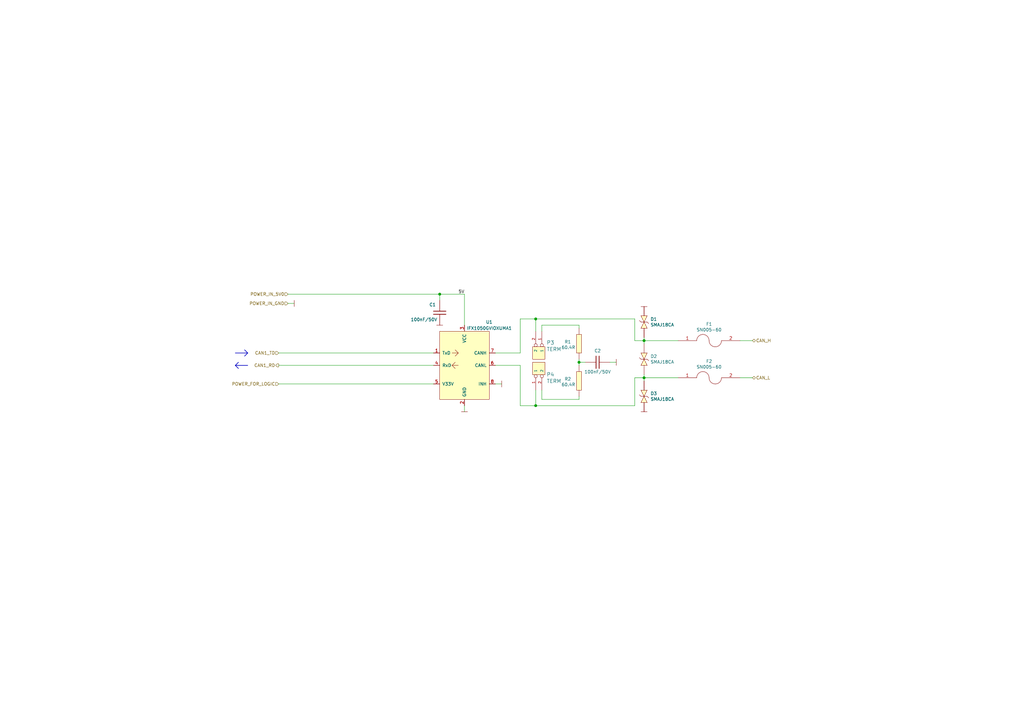
<source format=kicad_sch>
(kicad_sch (version 20210406) (generator eeschema)
  (paper "A3")
  (title_block (title "CAN BUS Transceiver IFX1050GVIOXUMA1") (date "2021-04-10") (rev "V1.0") (company "Embedded System Labs"))
  (lib_symbols
    (symbol "Capacitors_Smd0603:100n" (pin_numbers hide) (pin_names (offset 0.254))
      (property "Reference" "C" (at 1.27 2.54 0))
      (property "Value" "100n" (at 1.27 -2.54 0))
      (symbol "100n_0_1"
        (polyline (pts (xy 2.54 -0.635) (xy -2.54 -0.635) (xy -2.54 -0.635)) (stroke (width 0.3048)))
        (polyline (pts (xy 2.54 0.635) (xy -2.54 0.635) (xy -2.54 0.635)) (stroke (width 0.3048)))
      )
      (symbol "100n_1_1"
        (pin passive line (at 0 5.08 270) (length 4.4704) (name "~") (number "1"))
        (pin passive line (at 0 -5.08 90) (length 4.4704) (name "~") (number "2"))
      )
    )
    (symbol "Communication_Interfaces:IFX1050GVIOXUMA1" (pin_names (offset 1.016))
      (property "Reference" "U" (at 10.16 -17.78 0))
      (property "Value" "IFX1050GVIOXUMA1" (at 11.43 -15.24 0))
      (symbol "IFX1050GVIOXUMA1_1_1"
        (rectangle (start -10.16 13.97) (end 10.16 -13.97) (fill (type background)))
        (polyline (pts (xy -5.08 0) (xy -3.81 -1.27)))
        (polyline (pts (xy -5.08 0) (xy -3.81 1.27)))
        (polyline (pts (xy -5.08 0) (xy -2.54 0)))
        (polyline (pts (xy -5.08 5.08) (xy -2.54 5.08)))
        (polyline (pts (xy -2.54 5.08) (xy -3.81 3.81)))
        (polyline (pts (xy -2.54 5.08) (xy -3.81 6.35)))
        (pin input line (at -12.7 5.08 0) (length 2.54) (name "TxD") (number "1"))
        (pin power_in line (at 0 -16.51 90) (length 2.54) (name "GND") (number "2"))
        (pin power_in line (at 0 16.51 270) (length 2.54) (name "VCC") (number "3"))
        (pin output line (at -12.7 0 0) (length 2.54) (name "RxD") (number "4"))
        (pin power_in line (at -12.7 -7.62 0) (length 2.54) (name "V33V") (number "5"))
        (pin bidirectional line (at 12.7 0 180) (length 2.54) (name "CANL") (number "6"))
        (pin bidirectional line (at 12.7 5.08 180) (length 2.54) (name "CANH") (number "7"))
        (pin input line (at 12.7 -7.62 180) (length 2.54) (name "INH") (number "8"))
      )
    )
    (symbol "Diodes:SMAJ18CA" (pin_numbers hide) (pin_names (offset 1.016) hide)
      (property "Reference" "D" (at 0 6.35 0))
      (property "Value" "SMAJ18CA" (at 0 3.81 0))
      (symbol "SMAJ18CA_0_1"
        (polyline (pts (xy -2.54 1.27) (xy -2.54 -1.27)))
        (polyline (pts (xy 0 -1.27) (xy -0.635 -1.905)))
        (polyline (pts (xy 0 1.27) (xy 0 -1.27)) (stroke (width 0.1524)))
        (polyline (pts (xy 0 1.27) (xy 0.635 1.905)))
        (polyline (pts (xy 2.54 1.27) (xy 2.54 -1.27)))
        (polyline (pts (xy -2.54 1.27) (xy 0 0) (xy -2.54 -1.27)) (fill (type background)))
        (polyline (pts (xy 2.54 1.27) (xy 0 0) (xy 2.54 -1.27)) (fill (type background)))
      )
      (symbol "SMAJ18CA_1_1"
        (pin passive line (at -6.35 0 0) (length 3.81) (name "A") (number "1"))
        (pin passive line (at 6.35 0 180) (length 3.81) (name "K") (number "2"))
      )
    )
    (symbol "Goldpin_2_54mm:GOLDPIN_2_2_54MM" (pin_names (offset 1.016))
      (property "Reference" "P" (at 0 5.08 0))
      (property "Value" "GOLDPIN_2_2_54MM" (at 0 -5.08 0))
      (property "Datasheet" "Goldpins/Components_Documentation/Goldpin_2_54mm.pdf" (at 33.02 15.24 0))
      (symbol "GOLDPIN_2_2_54MM_0_1"
        (rectangle (start -2.54 2.54) (end 2.54 -2.54) (fill (type background)))
      )
      (symbol "GOLDPIN_2_2_54MM_1_1"
        (pin passive inverted (at -8.89 1.27 0) (length 6.35) (name "1") (number "1"))
        (pin passive inverted (at -8.89 -1.27 0) (length 6.35) (name "2") (number "2"))
      )
    )
    (symbol "Ptc_Smd_Fuses:SN005-60" (pin_names (offset 1.016))
      (property "Reference" "F" (at 0 6.35 0))
      (property "Value" "SN005-60" (at 1.27 3.81 0))
      (symbol "SN005-60_0_1"
        (arc (start -2.54 2.54) (end 0 0) (radius (at -2.5654 0) (length 2.54) (angles 89.4 0)))
        (arc (start -5.08 0) (end -2.54 2.54) (radius (at -2.54 -0.0254) (length 2.54) (angles 179.4 90)))
        (arc (start 5.08 0) (end 2.54 -2.54) (radius (at 2.5146 0) (length 2.54) (angles 89.4 0)))
        (arc (start 2.54 -2.54) (end 0 0) (radius (at 2.54 0.0254) (length 2.54) (angles 179.4 90)))
      )
      (symbol "SN005-60_1_1"
        (pin input line (at -12.7 0 0) (length 7.62) (name "~") (number "1"))
        (pin input line (at 12.7 0 180) (length 7.62) (name "~") (number "2"))
      )
    )
    (symbol "Resistors_Smd0805:60.4R" (pin_numbers hide) (pin_names (offset 0))
      (property "Reference" "R" (at 2.032 0 90))
      (property "Value" "60.4R" (at -2.54 0 90))
      (symbol "60.4R_0_1"
        (rectangle (start -1.016 3.81) (end 1.016 -3.81) (fill (type background)))
      )
      (symbol "60.4R_1_1"
        (pin passive line (at 0 6.35 270) (length 2.54) (name "~") (number "1"))
        (pin passive line (at 0 -6.35 90) (length 2.54) (name "~") (number "2"))
      )
    )
    (symbol "power:GND" (power) (pin_names (offset 0))
      (symbol "GND_0_1"
        (polyline (pts (xy -1.27 0) (xy 1.27 0)))
      )
      (symbol "GND_1_1"
        (pin power_in line (at 0 0 180) (length 0) hide (name "GND") (number "1"))
      )
    )
  )
  (junction (at 180.34 120.65) (diameter 1.016))
  (junction (at 219.71 130.81) (diameter 1.016))
  (junction (at 219.71 166.37) (diameter 1.016))
  (junction (at 237.49 148.59) (diameter 1.016))
  (junction (at 264.16 139.7) (diameter 1.016))
  (junction (at 264.16 154.94) (diameter 1.016))
  (wire (pts (xy 114.3 149.86) (xy 177.8 149.86)))
  (wire (pts (xy 114.3 157.48) (xy 177.8 157.48)))
  (wire (pts (xy 118.11 120.65) (xy 180.34 120.65)))
  (wire (pts (xy 118.11 124.46) (xy 120.65 124.46)))
  (wire (pts (xy 177.8 144.78) (xy 114.3 144.78)))
  (wire (pts (xy 180.34 123.19) (xy 180.34 120.65)))
  (wire (pts (xy 190.5 120.65) (xy 180.34 120.65)))
  (wire (pts (xy 190.5 120.65) (xy 190.5 133.35)))
  (wire (pts (xy 190.5 166.37) (xy 190.5 168.91)))
  (wire (pts (xy 203.2 144.78) (xy 213.36 144.78)))
  (wire (pts (xy 203.2 149.86) (xy 213.36 149.86)))
  (wire (pts (xy 205.74 157.48) (xy 203.2 157.48)))
  (wire (pts (xy 213.36 130.81) (xy 219.71 130.81)))
  (wire (pts (xy 213.36 144.78) (xy 213.36 130.81)))
  (wire (pts (xy 213.36 149.86) (xy 213.36 166.37)))
  (wire (pts (xy 213.36 166.37) (xy 219.71 166.37)))
  (wire (pts (xy 219.71 130.81) (xy 219.71 135.89)))
  (wire (pts (xy 219.71 130.81) (xy 260.35 130.81)))
  (wire (pts (xy 219.71 160.02) (xy 219.71 166.37)))
  (wire (pts (xy 219.71 166.37) (xy 260.35 166.37)))
  (wire (pts (xy 222.25 133.35) (xy 237.49 133.35)))
  (wire (pts (xy 222.25 135.89) (xy 222.25 133.35)))
  (wire (pts (xy 222.25 160.02) (xy 222.25 163.83)))
  (wire (pts (xy 222.25 163.83) (xy 237.49 163.83)))
  (wire (pts (xy 237.49 133.35) (xy 237.49 134.62)))
  (wire (pts (xy 237.49 147.32) (xy 237.49 148.59)))
  (wire (pts (xy 237.49 148.59) (xy 237.49 149.86)))
  (wire (pts (xy 237.49 148.59) (xy 240.03 148.59)))
  (wire (pts (xy 237.49 162.56) (xy 237.49 163.83)))
  (wire (pts (xy 250.19 148.59) (xy 252.73 148.59)))
  (wire (pts (xy 260.35 130.81) (xy 260.35 139.7)))
  (wire (pts (xy 260.35 139.7) (xy 264.16 139.7)))
  (wire (pts (xy 260.35 154.94) (xy 260.35 166.37)))
  (wire (pts (xy 264.16 138.43) (xy 264.16 139.7)))
  (wire (pts (xy 264.16 139.7) (xy 264.16 140.97)))
  (wire (pts (xy 264.16 139.7) (xy 278.13 139.7)))
  (wire (pts (xy 264.16 153.67) (xy 264.16 154.94)))
  (wire (pts (xy 264.16 154.94) (xy 260.35 154.94)))
  (wire (pts (xy 264.16 154.94) (xy 278.13 154.94)))
  (wire (pts (xy 264.16 156.21) (xy 264.16 154.94)))
  (wire (pts (xy 303.53 139.7) (xy 308.61 139.7)))
  (wire (pts (xy 308.61 154.94) (xy 303.53 154.94)))
  (polyline (pts (xy 96.52 149.86) (xy 97.79 148.59)) (stroke (width 0.254) (type solid)))
  (polyline (pts (xy 96.52 149.86) (xy 97.79 151.13)) (stroke (width 0.254) (type solid)))
  (polyline (pts (xy 96.52 149.86) (xy 101.6 149.86)) (stroke (width 0.254) (type solid)))
  (polyline (pts (xy 101.6 144.78) (xy 96.52 144.78)) (stroke (width 0.254) (type solid)))
  (polyline (pts (xy 101.6 144.78) (xy 100.33 143.51)) (stroke (width 0.254) (type solid)))
  (polyline (pts (xy 101.6 144.78) (xy 100.33 146.05)) (stroke (width 0.254) (type solid)))
  (label "5V" (at 190.5 120.65 180))
  (hierarchical_label "CAN1_TD" (shape input) (at 114.3 144.78 180))
  (hierarchical_label "CAN1_RD" (shape output) (at 114.3 149.86 180))
  (hierarchical_label "POWER_FOR_LOGIC" (shape input) (at 114.3 157.48 180))
  (hierarchical_label "POWER_IN_5V0" (shape input) (at 118.11 120.65 180))
  (hierarchical_label "POWER_IN_GND" (shape input) (at 118.11 124.46 180))
  (hierarchical_label "CAN_H" (shape bidirectional) (at 308.61 139.7 0))
  (hierarchical_label "CAN_L" (shape bidirectional) (at 308.61 154.94 0))
  (symbol (lib_id "power:GND") (at 120.65 124.46 90)
    (property "Reference" "#PWR0133" (effects hide))
    (property "Value" "GND" (effects hide))
  )
  (symbol (lib_id "power:GND") (at 180.34 133.35 0)
    (property "Reference" "#PWR0132" (effects hide))
    (property "Value" "GND" (effects hide))
  )
  (symbol (lib_id "power:GND") (at 190.5 168.91 0)
    (property "Reference" "#PWR0135" (effects hide))
    (property "Value" "GND" (effects hide))
  )
  (symbol (lib_id "power:GND") (at 205.74 157.48 270)
    (property "Reference" "#PWR0134" (effects hide))
    (property "Value" "GND" (effects hide))
  )
  (symbol (lib_id "power:GND") (at 252.73 148.59 90)
    (property "Reference" "#PWR0137" (effects hide))
    (property "Value" "GND" (effects hide))
  )
  (symbol (lib_id "power:GND") (at 264.16 125.73 0)
    (property "Reference" "#PWR0138" (effects hide))
    (property "Value" "GND" (effects hide))
  )
  (symbol (lib_id "power:GND") (at 264.16 168.91 0)
    (property "Reference" "#PWR0136" (effects hide))
    (property "Value" "GND" (effects hide))
  )
  (symbol (lib_id "Resistors_Smd0805:60.4R") (at 237.49 140.97 0)
    (property "Reference" "R1" (at 231.5211 140.2091 0) (effects (justify left)))
    (property "Value" "60.4R" (at 230.2511 142.5078 0) (effects (justify left)))
    (property "Footprint" "Resistor_Smd_0805:60.4R_0805" (effects hide))
    (property "Datasheet" "https://www.tme.eu/Document/ec37243ca557adb02ebafc5c1ab83104/CQ%20datasheet.pdf" (effects hide))
    (property "Manufacturer" "Royal Ohm" (effects hide))
    (property "Maunufacturer Part Number" "CQ05S8F604JT5E" (effects hide))
    (property "Supplier" "Tme" (effects hide))
    (property "Supplier Part Number" "CQ0805-60R4-1%" (effects hide))
    (property "URL" "https://www.tme.eu/pl/details/cq0805-60r4-1%25/rezystory-smd-0805/royal-ohm/cq05s8f604jt5e/" (effects hide))
    (property "Price@1pc" "0,11395" (effects hide))
    (property "Price@1000pcs" "0,05716" (effects hide))
    (property "Developer" "MW" (effects hide))
    (property "Package" "0805" (effects hide))
    (property "LCSC Part #(optional)" "C441730" (effects hide))
  )
  (symbol (lib_id "Resistors_Smd0805:60.4R") (at 237.49 156.21 0)
    (property "Reference" "R2" (at 231.5211 155.4491 0) (effects (justify left)))
    (property "Value" "60.4R" (at 230.2511 157.7478 0) (effects (justify left)))
    (property "Footprint" "Resistor_Smd_0805:60.4R_0805" (effects hide))
    (property "Datasheet" "https://www.tme.eu/Document/ec37243ca557adb02ebafc5c1ab83104/CQ%20datasheet.pdf" (effects hide))
    (property "Manufacturer" "Royal Ohm" (effects hide))
    (property "Maunufacturer Part Number" "CQ05S8F604JT5E" (effects hide))
    (property "Supplier" "Tme" (effects hide))
    (property "Supplier Part Number" "CQ0805-60R4-1%" (effects hide))
    (property "URL" "https://www.tme.eu/pl/details/cq0805-60r4-1%25/rezystory-smd-0805/royal-ohm/cq05s8f604jt5e/" (effects hide))
    (property "Price@1pc" "0,11395" (effects hide))
    (property "Price@1000pcs" "0,05716" (effects hide))
    (property "Developer" "MW" (effects hide))
    (property "Package" "0805" (effects hide))
    (property "LCSC Part #(optional)" "C441730" (effects hide))
  )
  (symbol (lib_id "Diodes:SMAJ18CA") (at 264.16 132.08 270)
    (property "Reference" "D1" (at 266.7762 130.9116 90) (effects (justify left)))
    (property "Value" "SMAJ18CA" (at 266.7762 133.223 90) (effects (justify left)))
    (property "Footprint" "Diodes:SMAJ18CA_SMD_DO214AC" (effects hide))
    (property "Datasheet" "D:/Git_Kicad_Library/Schematic/Diodes/Components_Documentation/Littelfuse_TVS-Diode_SMAJ.pdf" (effects hide))
  )
  (symbol (lib_id "Diodes:SMAJ18CA") (at 264.16 147.32 270)
    (property "Reference" "D2" (at 266.7762 146.1516 90) (effects (justify left)))
    (property "Value" "SMAJ18CA" (at 266.7762 148.463 90) (effects (justify left)))
    (property "Footprint" "Diodes:SMAJ18CA_SMD_DO214AC" (effects hide))
    (property "Datasheet" "D:/Git_Kicad_Library/Schematic/Diodes/Components_Documentation/Littelfuse_TVS-Diode_SMAJ.pdf" (effects hide))
  )
  (symbol (lib_id "Diodes:SMAJ18CA") (at 264.16 162.56 270)
    (property "Reference" "D3" (at 266.7762 161.3916 90) (effects (justify left)))
    (property "Value" "SMAJ18CA" (at 266.7762 163.703 90) (effects (justify left)))
    (property "Footprint" "Diodes:SMAJ18CA_SMD_DO214AC" (effects hide))
    (property "Datasheet" "D:/Git_Kicad_Library/Schematic/Diodes/Components_Documentation/Littelfuse_TVS-Diode_SMAJ.pdf" (effects hide))
  )
  (symbol (lib_id "Capacitors_Smd0603:100n") (at 180.34 128.27 0)
    (property "Reference" "C1" (at 176.0475 124.9691 0) (effects (justify left)))
    (property "Value" "100nF/50V" (at 168.4275 131.0778 0) (effects (justify left)))
    (property "Footprint" "Capacitors_Smd_0603:100nF_0603" (effects hide))
    (property "Datasheet" "Capacitors/Smd_0603/Components_Documentation/KEM_C1005_Y5V_SMD.pdf" (effects hide))
    (property "Manufacturer" "SAMSUNG" (effects hide))
    (property "Manufacturer Part Number" "CL10B104JB8NNNC" (effects hide))
    (property "Supplier" "TME" (effects hide))
    (property "Supplier Part Number" "CL10B104JB8NNNC" (effects hide))
    (property "URL" "https://www.tme.eu/pl/details/cl10b104jb8nnnc/kondensatory-mlcc-smd-0603/samsung/" (effects hide))
    (property "Price@1pc" "0,04540" (effects hide))
    (property "Price@1000pcs" "0,02231" (effects hide))
    (property "Package" "0603" (effects hide))
  )
  (symbol (lib_id "Capacitors_Smd0603:100n") (at 245.11 148.59 90)
    (property "Reference" "C2" (at 245.11 143.8614 90))
    (property "Value" "100nF/50V" (at 245.11 152.5101 90))
    (property "Footprint" "Capacitors_Smd_0603:100nF_0603" (effects hide))
    (property "Datasheet" "Capacitors/Smd_0603/Components_Documentation/KEM_C1005_Y5V_SMD.pdf" (effects hide))
    (property "Manufacturer" "SAMSUNG" (effects hide))
    (property "Manufacturer Part Number" "CL10B104JB8NNNC" (effects hide))
    (property "Supplier" "TME" (effects hide))
    (property "Supplier Part Number" "CL10B104JB8NNNC" (effects hide))
    (property "URL" "https://www.tme.eu/pl/details/cl10b104jb8nnnc/kondensatory-mlcc-smd-0603/samsung/" (effects hide))
    (property "Price@1pc" "0,04540" (effects hide))
    (property "Price@1000pcs" "0,02231" (effects hide))
    (property "Package" "0603" (effects hide))
  )
  (symbol (lib_id "Goldpin_2_54mm:GOLDPIN_2_2_54MM") (at 220.98 144.78 270)
    (property "Reference" "P3" (at 224.1551 140.5269 90) (effects (font (size 1.524 1.524)) (justify left)))
    (property "Value" "TERM" (at 224.1551 143.2345 90) (effects (font (size 1.524 1.524)) (justify left)))
    (property "Footprint" "Goldpin:Goldpin_2_2_54mm" (effects hide))
    (property "Datasheet" "Goldpins/Components_Documentation/Goldpin_2_54mm.pdf" (effects hide))
  )
  (symbol (lib_id "Goldpin_2_54mm:GOLDPIN_2_2_54MM") (at 220.98 151.13 90)
    (property "Reference" "P4" (at 224.1551 153.6079 90) (effects (font (size 1.524 1.524)) (justify right)))
    (property "Value" "TERM" (at 224.1551 156.3155 90) (effects (font (size 1.524 1.524)) (justify right)))
    (property "Footprint" "Goldpin:Goldpin_2_2_54mm" (effects hide))
    (property "Datasheet" "Goldpins/Components_Documentation/Goldpin_2_54mm.pdf" (effects hide))
  )
  (symbol (lib_id "Ptc_Smd_Fuses:SN005-60") (at 290.83 139.7 0)
    (property "Reference" "F1" (at 290.83 132.9436 0))
    (property "Value" "SN005-60" (at 290.83 135.255 0))
    (property "Footprint" "Smd_Ptc_Fuses:SN005-60" (effects hide))
    (property "Datasheet" "Fuses/Smd_Ptc_Fuses/Components_Documentation/K1008595450.pdf" (effects hide))
    (property "Manufacturer" "ECE" (effects hide))
    (property "Manufacturer Part Number" "SN005-60" (effects hide))
    (property "Supplier" "TME" (effects hide))
    (property "Supplier Part Number" "SN005-60" (effects hide))
    (property "URL" "https://www.tme.eu/pl/details/sn005-60/bezpieczniki-polimerowe-smd/ece/" (effects hide))
    (property "Price@1pc" "0,3509" (effects hide))
    (property "Price@1000pcs" "0,2470" (effects hide))
    (property "Developer" "WP" (effects hide))
    (property "Package" "1206" (effects hide))
  )
  (symbol (lib_id "Ptc_Smd_Fuses:SN005-60") (at 290.83 154.94 0)
    (property "Reference" "F2" (at 290.83 148.1836 0))
    (property "Value" "SN005-60" (at 290.83 150.495 0))
    (property "Footprint" "Smd_Ptc_Fuses:SN005-60" (effects hide))
    (property "Datasheet" "Fuses/Smd_Ptc_Fuses/Components_Documentation/K1008595450.pdf" (effects hide))
    (property "Manufacturer" "ECE" (effects hide))
    (property "Manufacturer Part Number" "SN005-60" (effects hide))
    (property "Supplier" "TME" (effects hide))
    (property "Supplier Part Number" "SN005-60" (effects hide))
    (property "URL" "https://www.tme.eu/pl/details/sn005-60/bezpieczniki-polimerowe-smd/ece/" (effects hide))
    (property "Price@1pc" "0,3509" (effects hide))
    (property "Price@1000pcs" "0,2470" (effects hide))
    (property "Developer" "WP" (effects hide))
    (property "Package" "1206" (effects hide))
  )
  (symbol (lib_id "Communication_Interfaces:IFX1050GVIOXUMA1") (at 190.5 149.86 0)
    (property "Reference" "U1" (at 200.66 132.08 0))
    (property "Value" "IFX1050GVIOXUMA1" (at 200.66 134.62 0))
    (property "Footprint" "Communication_Interfaces:IFX1050GVIOXUMA1" (effects hide))
    (property "Datasheet" "C:/Wiktor/KiCad/KiCadWolowik/Schematic/Communication_Interfaces/Components_Documentation/IFX1050GVIOXUMA1.pdf" (effects hide))
  )
)
</source>
